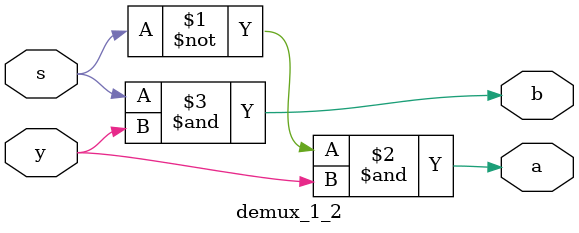
<source format=v>
module demux_1_2(output a,b, input s,y);
  assign a=(~s&y);
  assign b=(s&y);
endmodule
  

</source>
